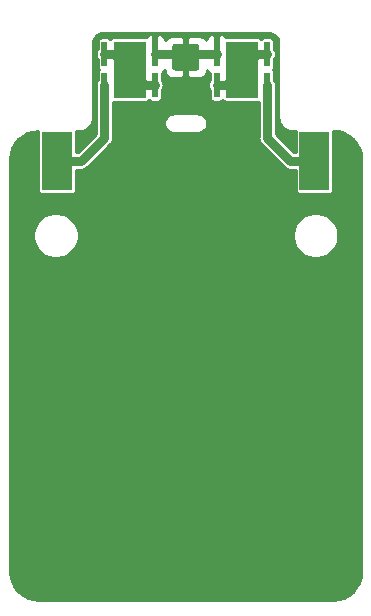
<source format=gbr>
%TF.GenerationSoftware,KiCad,Pcbnew,(5.1.8)-1*%
%TF.CreationDate,2021-08-18T01:06:56+02:00*%
%TF.ProjectId,Haubenblitzer_LED,48617562-656e-4626-9c69-747a65725f4c,rev?*%
%TF.SameCoordinates,Original*%
%TF.FileFunction,Copper,L1,Top*%
%TF.FilePolarity,Positive*%
%FSLAX46Y46*%
G04 Gerber Fmt 4.6, Leading zero omitted, Abs format (unit mm)*
G04 Created by KiCad (PCBNEW (5.1.8)-1) date 2021-08-18 01:06:56*
%MOMM*%
%LPD*%
G01*
G04 APERTURE LIST*
%TA.AperFunction,SMDPad,CuDef*%
%ADD10R,0.500000X2.140000*%
%TD*%
%TA.AperFunction,SMDPad,CuDef*%
%ADD11R,2.780000X4.780000*%
%TD*%
%TA.AperFunction,SMDPad,CuDef*%
%ADD12R,2.500000X5.000000*%
%TD*%
%TA.AperFunction,Conductor*%
%ADD13C,0.800000*%
%TD*%
%TA.AperFunction,Conductor*%
%ADD14C,0.254000*%
%TD*%
%TA.AperFunction,Conductor*%
%ADD15C,0.100000*%
%TD*%
G04 APERTURE END LIST*
D10*
%TO.P,D1,2*%
%TO.N,Net-(D1-Pad2)*%
X157890000Y-111070000D03*
%TO.P,D1,3*%
X153610000Y-108430000D03*
D11*
%TO.P,D1,5*%
X155750000Y-109750000D03*
D10*
%TO.P,D1,1*%
%TO.N,Net-(D1-Pad1)*%
X153610000Y-111070000D03*
%TO.P,D1,4*%
%TO.N,GND*%
X157890000Y-108430000D03*
%TD*%
%TO.P,D2,2*%
%TO.N,GND*%
X163110000Y-108430000D03*
%TO.P,D2,3*%
%TO.N,Net-(D2-Pad3)*%
X167390000Y-111070000D03*
D11*
%TO.P,D2,5*%
%TO.N,Net-(D2-Pad1)*%
X165250000Y-109750000D03*
D10*
%TO.P,D2,1*%
X167390000Y-108430000D03*
%TO.P,D2,4*%
X163110000Y-111070000D03*
%TD*%
D12*
%TO.P,J3,1*%
%TO.N,Net-(D2-Pad3)*%
X171400000Y-117500000D03*
%TD*%
%TO.P,J2,1*%
%TO.N,Net-(D1-Pad1)*%
X149600000Y-117500000D03*
%TD*%
%TO.P,J1,1*%
%TO.N,GND*%
%TA.AperFunction,ComponentPad*%
G36*
G01*
X159350000Y-109600002D02*
X159350000Y-107799998D01*
G75*
G02*
X159599998Y-107550000I249998J0D01*
G01*
X161400002Y-107550000D01*
G75*
G02*
X161650000Y-107799998I0J-249998D01*
G01*
X161650000Y-109600002D01*
G75*
G02*
X161400002Y-109850000I-249998J0D01*
G01*
X159599998Y-109850000D01*
G75*
G02*
X159350000Y-109600002I0J249998D01*
G01*
G37*
%TD.AperFunction*%
%TD*%
D13*
%TO.N,Net-(D1-Pad2)*%
X157070000Y-111070000D02*
X157890000Y-111070000D01*
X154430000Y-108430000D02*
X157070000Y-111070000D01*
X153610000Y-108430000D02*
X154430000Y-108430000D01*
%TO.N,Net-(D1-Pad1)*%
X153610000Y-115540000D02*
X153610000Y-111070000D01*
X151650000Y-117500000D02*
X153610000Y-115540000D01*
X149600000Y-117500000D02*
X151650000Y-117500000D01*
%TO.N,GND*%
X160230000Y-108430000D02*
X160500000Y-108700000D01*
X157890000Y-108430000D02*
X160230000Y-108430000D01*
X160770000Y-108430000D02*
X160500000Y-108700000D01*
X163110000Y-108430000D02*
X160770000Y-108430000D01*
%TO.N,Net-(D2-Pad3)*%
X169350000Y-117500000D02*
X171400000Y-117500000D01*
X167390000Y-115540000D02*
X169350000Y-117500000D01*
X167390000Y-111070000D02*
X167390000Y-115540000D01*
%TO.N,Net-(D2-Pad1)*%
X163110000Y-111070000D02*
X163930000Y-111070000D01*
X163930000Y-111070000D02*
X166570000Y-108430000D01*
X166570000Y-108430000D02*
X167390000Y-108430000D01*
%TD*%
D14*
%TO.N,GND*%
X167664569Y-106668866D02*
X167822871Y-106716660D01*
X167968872Y-106794289D01*
X168097015Y-106898800D01*
X168202418Y-107026209D01*
X168281069Y-107171671D01*
X168329966Y-107329631D01*
X168348001Y-107501221D01*
X168348000Y-113807461D01*
X168348694Y-113814503D01*
X168348650Y-113820758D01*
X168348857Y-113822870D01*
X168369258Y-114016967D01*
X168372027Y-114030457D01*
X168374609Y-114043994D01*
X168375223Y-114046025D01*
X168432935Y-114232463D01*
X168438260Y-114245130D01*
X168443434Y-114257937D01*
X168444430Y-114259811D01*
X168537255Y-114431487D01*
X168544954Y-114442902D01*
X168552503Y-114454437D01*
X168553844Y-114456082D01*
X168678248Y-114606459D01*
X168688043Y-114616186D01*
X168697663Y-114626010D01*
X168699298Y-114627363D01*
X168850540Y-114750713D01*
X168862020Y-114758340D01*
X168873382Y-114766120D01*
X168875248Y-114767129D01*
X169047571Y-114858754D01*
X169060314Y-114864007D01*
X169072970Y-114869431D01*
X169074997Y-114870059D01*
X169261833Y-114926468D01*
X169275393Y-114929153D01*
X169288823Y-114932008D01*
X169290933Y-114932230D01*
X169485167Y-114951275D01*
X169485178Y-114951275D01*
X169492538Y-114952000D01*
X169826146Y-114952000D01*
X169821418Y-115000000D01*
X169821418Y-116773000D01*
X169651133Y-116773000D01*
X168117000Y-115238868D01*
X168117000Y-111034292D01*
X168106480Y-110927483D01*
X168064910Y-110790443D01*
X167997403Y-110664147D01*
X167968582Y-110629029D01*
X167968582Y-110000000D01*
X167962268Y-109935897D01*
X167943570Y-109874257D01*
X167913206Y-109817450D01*
X167872343Y-109767657D01*
X167850827Y-109750000D01*
X167872343Y-109732343D01*
X167913206Y-109682550D01*
X167943570Y-109625743D01*
X167962268Y-109564103D01*
X167968582Y-109500000D01*
X167968582Y-108870972D01*
X167997403Y-108835853D01*
X168064910Y-108709557D01*
X168106480Y-108572517D01*
X168120517Y-108430000D01*
X168106480Y-108287483D01*
X168064910Y-108150443D01*
X167997403Y-108024147D01*
X167968582Y-107989028D01*
X167968582Y-107360000D01*
X167962268Y-107295897D01*
X167943570Y-107234257D01*
X167913206Y-107177450D01*
X167872343Y-107127657D01*
X167822550Y-107086794D01*
X167765743Y-107056430D01*
X167704103Y-107037732D01*
X167640000Y-107031418D01*
X167140000Y-107031418D01*
X167075897Y-107037732D01*
X167014257Y-107056430D01*
X166957450Y-107086794D01*
X166907657Y-107127657D01*
X166890000Y-107149173D01*
X166872343Y-107127657D01*
X166822550Y-107086794D01*
X166765743Y-107056430D01*
X166704103Y-107037732D01*
X166640000Y-107031418D01*
X163904862Y-107031418D01*
X163894558Y-107011599D01*
X163816317Y-106914006D01*
X163720540Y-106833553D01*
X163610908Y-106773331D01*
X163491633Y-106735653D01*
X163391750Y-106725000D01*
X163233000Y-106883750D01*
X163233000Y-108303000D01*
X163257000Y-108303000D01*
X163257000Y-108557000D01*
X163233000Y-108557000D01*
X163233000Y-108577000D01*
X162987000Y-108577000D01*
X162987000Y-108557000D01*
X162963000Y-108557000D01*
X162963000Y-108303000D01*
X162987000Y-108303000D01*
X162987000Y-106883750D01*
X162828250Y-106725000D01*
X162728367Y-106735653D01*
X162609092Y-106773331D01*
X162499460Y-106833553D01*
X162403683Y-106914006D01*
X162325442Y-107011599D01*
X162267743Y-107122581D01*
X162232805Y-107242686D01*
X162229021Y-107286211D01*
X162180537Y-107195506D01*
X162101185Y-107098815D01*
X162004494Y-107019463D01*
X161894180Y-106960498D01*
X161774482Y-106924188D01*
X161650000Y-106911928D01*
X160785750Y-106915000D01*
X160627000Y-107073750D01*
X160627000Y-108573000D01*
X160647000Y-108573000D01*
X160647000Y-108827000D01*
X160627000Y-108827000D01*
X160627000Y-110326250D01*
X160785750Y-110485000D01*
X161650000Y-110488072D01*
X161774482Y-110475812D01*
X161894180Y-110439502D01*
X162004494Y-110380537D01*
X162101185Y-110301185D01*
X162180537Y-110204494D01*
X162239502Y-110094180D01*
X162275812Y-109974482D01*
X162288072Y-109850000D01*
X162287809Y-109776015D01*
X162325442Y-109848401D01*
X162403683Y-109945994D01*
X162499460Y-110026447D01*
X162531418Y-110044002D01*
X162531418Y-110629028D01*
X162502597Y-110664147D01*
X162435090Y-110790443D01*
X162393520Y-110927483D01*
X162379483Y-111070000D01*
X162393520Y-111212517D01*
X162435090Y-111349557D01*
X162502597Y-111475853D01*
X162531418Y-111510972D01*
X162531418Y-112140000D01*
X162537732Y-112204103D01*
X162556430Y-112265743D01*
X162586794Y-112322550D01*
X162627657Y-112372343D01*
X162677450Y-112413206D01*
X162734257Y-112443570D01*
X162795897Y-112462268D01*
X162860000Y-112468582D01*
X163360000Y-112468582D01*
X163424103Y-112462268D01*
X163485743Y-112443570D01*
X163542550Y-112413206D01*
X163592343Y-112372343D01*
X163610000Y-112350827D01*
X163627657Y-112372343D01*
X163677450Y-112413206D01*
X163734257Y-112443570D01*
X163795897Y-112462268D01*
X163860000Y-112468582D01*
X166640000Y-112468582D01*
X166663000Y-112466317D01*
X166663001Y-115504282D01*
X166659483Y-115540000D01*
X166673520Y-115682517D01*
X166715090Y-115819556D01*
X166782106Y-115944933D01*
X166782598Y-115945853D01*
X166873447Y-116056554D01*
X166901189Y-116079321D01*
X168810679Y-117988812D01*
X168833446Y-118016554D01*
X168944147Y-118107403D01*
X169070443Y-118174910D01*
X169207482Y-118216480D01*
X169350000Y-118230517D01*
X169385708Y-118227000D01*
X169821418Y-118227000D01*
X169821418Y-120000000D01*
X169827732Y-120064103D01*
X169846430Y-120125743D01*
X169876794Y-120182550D01*
X169917657Y-120232343D01*
X169967450Y-120273206D01*
X170024257Y-120303570D01*
X170085897Y-120322268D01*
X170150000Y-120328582D01*
X172650000Y-120328582D01*
X172714103Y-120322268D01*
X172775743Y-120303570D01*
X172832550Y-120273206D01*
X172882343Y-120232343D01*
X172923206Y-120182550D01*
X172953570Y-120125743D01*
X172972268Y-120064103D01*
X172978582Y-120000000D01*
X172978582Y-115000000D01*
X172973854Y-114952000D01*
X172992561Y-114952000D01*
X173455920Y-114997433D01*
X173894473Y-115129839D01*
X174298959Y-115344907D01*
X174653969Y-115634446D01*
X174945975Y-115987423D01*
X175163864Y-116390399D01*
X175299329Y-116828015D01*
X175347967Y-117290775D01*
X175348001Y-117300531D01*
X175348000Y-152292561D01*
X175302567Y-152755922D01*
X175170159Y-153194477D01*
X174955091Y-153598961D01*
X174665554Y-153953969D01*
X174312577Y-154245977D01*
X173909601Y-154463864D01*
X173471984Y-154599329D01*
X173009225Y-154647967D01*
X172999755Y-154648000D01*
X148007439Y-154648000D01*
X147544078Y-154602567D01*
X147105523Y-154470159D01*
X146701039Y-154255091D01*
X146346031Y-153965554D01*
X146054023Y-153612577D01*
X145836136Y-153209601D01*
X145700671Y-152771984D01*
X145652033Y-152309225D01*
X145652000Y-152299755D01*
X145652000Y-123610207D01*
X147573000Y-123610207D01*
X147573000Y-123989793D01*
X147647053Y-124362085D01*
X147792315Y-124712777D01*
X148003201Y-125028391D01*
X148271609Y-125296799D01*
X148587223Y-125507685D01*
X148937915Y-125652947D01*
X149310207Y-125727000D01*
X149689793Y-125727000D01*
X150062085Y-125652947D01*
X150412777Y-125507685D01*
X150728391Y-125296799D01*
X150996799Y-125028391D01*
X151207685Y-124712777D01*
X151352947Y-124362085D01*
X151427000Y-123989793D01*
X151427000Y-123610207D01*
X169573000Y-123610207D01*
X169573000Y-123989793D01*
X169647053Y-124362085D01*
X169792315Y-124712777D01*
X170003201Y-125028391D01*
X170271609Y-125296799D01*
X170587223Y-125507685D01*
X170937915Y-125652947D01*
X171310207Y-125727000D01*
X171689793Y-125727000D01*
X172062085Y-125652947D01*
X172412777Y-125507685D01*
X172728391Y-125296799D01*
X172996799Y-125028391D01*
X173207685Y-124712777D01*
X173352947Y-124362085D01*
X173427000Y-123989793D01*
X173427000Y-123610207D01*
X173352947Y-123237915D01*
X173207685Y-122887223D01*
X172996799Y-122571609D01*
X172728391Y-122303201D01*
X172412777Y-122092315D01*
X172062085Y-121947053D01*
X171689793Y-121873000D01*
X171310207Y-121873000D01*
X170937915Y-121947053D01*
X170587223Y-122092315D01*
X170271609Y-122303201D01*
X170003201Y-122571609D01*
X169792315Y-122887223D01*
X169647053Y-123237915D01*
X169573000Y-123610207D01*
X151427000Y-123610207D01*
X151352947Y-123237915D01*
X151207685Y-122887223D01*
X150996799Y-122571609D01*
X150728391Y-122303201D01*
X150412777Y-122092315D01*
X150062085Y-121947053D01*
X149689793Y-121873000D01*
X149310207Y-121873000D01*
X148937915Y-121947053D01*
X148587223Y-122092315D01*
X148271609Y-122303201D01*
X148003201Y-122571609D01*
X147792315Y-122887223D01*
X147647053Y-123237915D01*
X147573000Y-123610207D01*
X145652000Y-123610207D01*
X145652000Y-117307439D01*
X145697433Y-116844080D01*
X145829839Y-116405527D01*
X146044907Y-116001041D01*
X146334446Y-115646031D01*
X146687423Y-115354025D01*
X147090399Y-115136136D01*
X147528015Y-115000671D01*
X147990775Y-114952033D01*
X148000245Y-114952000D01*
X148026146Y-114952000D01*
X148021418Y-115000000D01*
X148021418Y-120000000D01*
X148027732Y-120064103D01*
X148046430Y-120125743D01*
X148076794Y-120182550D01*
X148117657Y-120232343D01*
X148167450Y-120273206D01*
X148224257Y-120303570D01*
X148285897Y-120322268D01*
X148350000Y-120328582D01*
X150850000Y-120328582D01*
X150914103Y-120322268D01*
X150975743Y-120303570D01*
X151032550Y-120273206D01*
X151082343Y-120232343D01*
X151123206Y-120182550D01*
X151153570Y-120125743D01*
X151172268Y-120064103D01*
X151178582Y-120000000D01*
X151178582Y-118227000D01*
X151614292Y-118227000D01*
X151650000Y-118230517D01*
X151792517Y-118216480D01*
X151929557Y-118174910D01*
X152055853Y-118107403D01*
X152166554Y-118016554D01*
X152189326Y-117988806D01*
X154098816Y-116079317D01*
X154126553Y-116056554D01*
X154217403Y-115945853D01*
X154284910Y-115819557D01*
X154305784Y-115750743D01*
X154326480Y-115682518D01*
X154340517Y-115540000D01*
X154337000Y-115504292D01*
X154337000Y-114300000D01*
X158668999Y-114300000D01*
X158684966Y-114462120D01*
X158732255Y-114618010D01*
X158809048Y-114761679D01*
X158912394Y-114887606D01*
X159038321Y-114990952D01*
X159181990Y-115067745D01*
X159337880Y-115115034D01*
X159459376Y-115127000D01*
X161540624Y-115127000D01*
X161662120Y-115115034D01*
X161818010Y-115067745D01*
X161961679Y-114990952D01*
X162087606Y-114887606D01*
X162190952Y-114761679D01*
X162267745Y-114618010D01*
X162315034Y-114462120D01*
X162331001Y-114300000D01*
X162315034Y-114137880D01*
X162267745Y-113981990D01*
X162190952Y-113838321D01*
X162087606Y-113712394D01*
X161961679Y-113609048D01*
X161818010Y-113532255D01*
X161662120Y-113484966D01*
X161540624Y-113473000D01*
X159459376Y-113473000D01*
X159337880Y-113484966D01*
X159181990Y-113532255D01*
X159038321Y-113609048D01*
X158912394Y-113712394D01*
X158809048Y-113838321D01*
X158732255Y-113981990D01*
X158684966Y-114137880D01*
X158668999Y-114300000D01*
X154337000Y-114300000D01*
X154337000Y-112466317D01*
X154360000Y-112468582D01*
X157140000Y-112468582D01*
X157204103Y-112462268D01*
X157265743Y-112443570D01*
X157322550Y-112413206D01*
X157372343Y-112372343D01*
X157390000Y-112350827D01*
X157407657Y-112372343D01*
X157457450Y-112413206D01*
X157514257Y-112443570D01*
X157575897Y-112462268D01*
X157640000Y-112468582D01*
X158140000Y-112468582D01*
X158204103Y-112462268D01*
X158265743Y-112443570D01*
X158322550Y-112413206D01*
X158372343Y-112372343D01*
X158413206Y-112322550D01*
X158443570Y-112265743D01*
X158462268Y-112204103D01*
X158468582Y-112140000D01*
X158468582Y-111510972D01*
X158497403Y-111475853D01*
X158564910Y-111349557D01*
X158606480Y-111212517D01*
X158620517Y-111070000D01*
X158606480Y-110927483D01*
X158564910Y-110790443D01*
X158497403Y-110664147D01*
X158468582Y-110629028D01*
X158468582Y-110044002D01*
X158500540Y-110026447D01*
X158596317Y-109945994D01*
X158674558Y-109848401D01*
X158712191Y-109776015D01*
X158711928Y-109850000D01*
X158724188Y-109974482D01*
X158760498Y-110094180D01*
X158819463Y-110204494D01*
X158898815Y-110301185D01*
X158995506Y-110380537D01*
X159105820Y-110439502D01*
X159225518Y-110475812D01*
X159350000Y-110488072D01*
X160214250Y-110485000D01*
X160373000Y-110326250D01*
X160373000Y-108827000D01*
X160353000Y-108827000D01*
X160353000Y-108573000D01*
X160373000Y-108573000D01*
X160373000Y-107073750D01*
X160214250Y-106915000D01*
X159350000Y-106911928D01*
X159225518Y-106924188D01*
X159105820Y-106960498D01*
X158995506Y-107019463D01*
X158898815Y-107098815D01*
X158819463Y-107195506D01*
X158770979Y-107286211D01*
X158767195Y-107242686D01*
X158732257Y-107122581D01*
X158674558Y-107011599D01*
X158596317Y-106914006D01*
X158500540Y-106833553D01*
X158390908Y-106773331D01*
X158271633Y-106735653D01*
X158171750Y-106725000D01*
X158013000Y-106883750D01*
X158013000Y-108303000D01*
X158037000Y-108303000D01*
X158037000Y-108557000D01*
X158013000Y-108557000D01*
X158013000Y-108577000D01*
X157767000Y-108577000D01*
X157767000Y-108557000D01*
X157743000Y-108557000D01*
X157743000Y-108303000D01*
X157767000Y-108303000D01*
X157767000Y-106883750D01*
X157608250Y-106725000D01*
X157508367Y-106735653D01*
X157389092Y-106773331D01*
X157279460Y-106833553D01*
X157183683Y-106914006D01*
X157105442Y-107011599D01*
X157095138Y-107031418D01*
X154360000Y-107031418D01*
X154295897Y-107037732D01*
X154234257Y-107056430D01*
X154177450Y-107086794D01*
X154127657Y-107127657D01*
X154110000Y-107149173D01*
X154092343Y-107127657D01*
X154042550Y-107086794D01*
X153985743Y-107056430D01*
X153924103Y-107037732D01*
X153860000Y-107031418D01*
X153360000Y-107031418D01*
X153295897Y-107037732D01*
X153234257Y-107056430D01*
X153177450Y-107086794D01*
X153127657Y-107127657D01*
X153086794Y-107177450D01*
X153056430Y-107234257D01*
X153037732Y-107295897D01*
X153031418Y-107360000D01*
X153031418Y-107989028D01*
X153002597Y-108024147D01*
X152935090Y-108150443D01*
X152893520Y-108287483D01*
X152879483Y-108430000D01*
X152893520Y-108572517D01*
X152935090Y-108709557D01*
X153002597Y-108835853D01*
X153031418Y-108870972D01*
X153031418Y-109500000D01*
X153037732Y-109564103D01*
X153056430Y-109625743D01*
X153086794Y-109682550D01*
X153127657Y-109732343D01*
X153149173Y-109750000D01*
X153127657Y-109767657D01*
X153086794Y-109817450D01*
X153056430Y-109874257D01*
X153037732Y-109935897D01*
X153031418Y-110000000D01*
X153031418Y-110629029D01*
X153002598Y-110664147D01*
X152935091Y-110790443D01*
X152893521Y-110927483D01*
X152883001Y-111034292D01*
X152883000Y-115238867D01*
X151348868Y-116773000D01*
X151178582Y-116773000D01*
X151178582Y-115000000D01*
X151173854Y-114952000D01*
X151507462Y-114952000D01*
X151514504Y-114951306D01*
X151520758Y-114951350D01*
X151522870Y-114951143D01*
X151716967Y-114930742D01*
X151730457Y-114927973D01*
X151743994Y-114925391D01*
X151746023Y-114924778D01*
X151746029Y-114924776D01*
X151932463Y-114867065D01*
X151945130Y-114861740D01*
X151957937Y-114856566D01*
X151959811Y-114855570D01*
X152131487Y-114762745D01*
X152142902Y-114755046D01*
X152154437Y-114747497D01*
X152156082Y-114746156D01*
X152306459Y-114621752D01*
X152316186Y-114611957D01*
X152326010Y-114602337D01*
X152327363Y-114600702D01*
X152450713Y-114449460D01*
X152458340Y-114437980D01*
X152466120Y-114426618D01*
X152467129Y-114424752D01*
X152558754Y-114252429D01*
X152564007Y-114239686D01*
X152569431Y-114227030D01*
X152570059Y-114225003D01*
X152626468Y-114038167D01*
X152629153Y-114024607D01*
X152632008Y-114011177D01*
X152632230Y-114009067D01*
X152651275Y-113814833D01*
X152651275Y-113814822D01*
X152652000Y-113807462D01*
X152652000Y-107507439D01*
X152668866Y-107335431D01*
X152716660Y-107177129D01*
X152794289Y-107031128D01*
X152898800Y-106902985D01*
X153026209Y-106797582D01*
X153171671Y-106718931D01*
X153329631Y-106670034D01*
X153501211Y-106652000D01*
X167492561Y-106652000D01*
X167664569Y-106668866D01*
%TA.AperFunction,Conductor*%
D15*
G36*
X167664569Y-106668866D02*
G01*
X167822871Y-106716660D01*
X167968872Y-106794289D01*
X168097015Y-106898800D01*
X168202418Y-107026209D01*
X168281069Y-107171671D01*
X168329966Y-107329631D01*
X168348001Y-107501221D01*
X168348000Y-113807461D01*
X168348694Y-113814503D01*
X168348650Y-113820758D01*
X168348857Y-113822870D01*
X168369258Y-114016967D01*
X168372027Y-114030457D01*
X168374609Y-114043994D01*
X168375223Y-114046025D01*
X168432935Y-114232463D01*
X168438260Y-114245130D01*
X168443434Y-114257937D01*
X168444430Y-114259811D01*
X168537255Y-114431487D01*
X168544954Y-114442902D01*
X168552503Y-114454437D01*
X168553844Y-114456082D01*
X168678248Y-114606459D01*
X168688043Y-114616186D01*
X168697663Y-114626010D01*
X168699298Y-114627363D01*
X168850540Y-114750713D01*
X168862020Y-114758340D01*
X168873382Y-114766120D01*
X168875248Y-114767129D01*
X169047571Y-114858754D01*
X169060314Y-114864007D01*
X169072970Y-114869431D01*
X169074997Y-114870059D01*
X169261833Y-114926468D01*
X169275393Y-114929153D01*
X169288823Y-114932008D01*
X169290933Y-114932230D01*
X169485167Y-114951275D01*
X169485178Y-114951275D01*
X169492538Y-114952000D01*
X169826146Y-114952000D01*
X169821418Y-115000000D01*
X169821418Y-116773000D01*
X169651133Y-116773000D01*
X168117000Y-115238868D01*
X168117000Y-111034292D01*
X168106480Y-110927483D01*
X168064910Y-110790443D01*
X167997403Y-110664147D01*
X167968582Y-110629029D01*
X167968582Y-110000000D01*
X167962268Y-109935897D01*
X167943570Y-109874257D01*
X167913206Y-109817450D01*
X167872343Y-109767657D01*
X167850827Y-109750000D01*
X167872343Y-109732343D01*
X167913206Y-109682550D01*
X167943570Y-109625743D01*
X167962268Y-109564103D01*
X167968582Y-109500000D01*
X167968582Y-108870972D01*
X167997403Y-108835853D01*
X168064910Y-108709557D01*
X168106480Y-108572517D01*
X168120517Y-108430000D01*
X168106480Y-108287483D01*
X168064910Y-108150443D01*
X167997403Y-108024147D01*
X167968582Y-107989028D01*
X167968582Y-107360000D01*
X167962268Y-107295897D01*
X167943570Y-107234257D01*
X167913206Y-107177450D01*
X167872343Y-107127657D01*
X167822550Y-107086794D01*
X167765743Y-107056430D01*
X167704103Y-107037732D01*
X167640000Y-107031418D01*
X167140000Y-107031418D01*
X167075897Y-107037732D01*
X167014257Y-107056430D01*
X166957450Y-107086794D01*
X166907657Y-107127657D01*
X166890000Y-107149173D01*
X166872343Y-107127657D01*
X166822550Y-107086794D01*
X166765743Y-107056430D01*
X166704103Y-107037732D01*
X166640000Y-107031418D01*
X163904862Y-107031418D01*
X163894558Y-107011599D01*
X163816317Y-106914006D01*
X163720540Y-106833553D01*
X163610908Y-106773331D01*
X163491633Y-106735653D01*
X163391750Y-106725000D01*
X163233000Y-106883750D01*
X163233000Y-108303000D01*
X163257000Y-108303000D01*
X163257000Y-108557000D01*
X163233000Y-108557000D01*
X163233000Y-108577000D01*
X162987000Y-108577000D01*
X162987000Y-108557000D01*
X162963000Y-108557000D01*
X162963000Y-108303000D01*
X162987000Y-108303000D01*
X162987000Y-106883750D01*
X162828250Y-106725000D01*
X162728367Y-106735653D01*
X162609092Y-106773331D01*
X162499460Y-106833553D01*
X162403683Y-106914006D01*
X162325442Y-107011599D01*
X162267743Y-107122581D01*
X162232805Y-107242686D01*
X162229021Y-107286211D01*
X162180537Y-107195506D01*
X162101185Y-107098815D01*
X162004494Y-107019463D01*
X161894180Y-106960498D01*
X161774482Y-106924188D01*
X161650000Y-106911928D01*
X160785750Y-106915000D01*
X160627000Y-107073750D01*
X160627000Y-108573000D01*
X160647000Y-108573000D01*
X160647000Y-108827000D01*
X160627000Y-108827000D01*
X160627000Y-110326250D01*
X160785750Y-110485000D01*
X161650000Y-110488072D01*
X161774482Y-110475812D01*
X161894180Y-110439502D01*
X162004494Y-110380537D01*
X162101185Y-110301185D01*
X162180537Y-110204494D01*
X162239502Y-110094180D01*
X162275812Y-109974482D01*
X162288072Y-109850000D01*
X162287809Y-109776015D01*
X162325442Y-109848401D01*
X162403683Y-109945994D01*
X162499460Y-110026447D01*
X162531418Y-110044002D01*
X162531418Y-110629028D01*
X162502597Y-110664147D01*
X162435090Y-110790443D01*
X162393520Y-110927483D01*
X162379483Y-111070000D01*
X162393520Y-111212517D01*
X162435090Y-111349557D01*
X162502597Y-111475853D01*
X162531418Y-111510972D01*
X162531418Y-112140000D01*
X162537732Y-112204103D01*
X162556430Y-112265743D01*
X162586794Y-112322550D01*
X162627657Y-112372343D01*
X162677450Y-112413206D01*
X162734257Y-112443570D01*
X162795897Y-112462268D01*
X162860000Y-112468582D01*
X163360000Y-112468582D01*
X163424103Y-112462268D01*
X163485743Y-112443570D01*
X163542550Y-112413206D01*
X163592343Y-112372343D01*
X163610000Y-112350827D01*
X163627657Y-112372343D01*
X163677450Y-112413206D01*
X163734257Y-112443570D01*
X163795897Y-112462268D01*
X163860000Y-112468582D01*
X166640000Y-112468582D01*
X166663000Y-112466317D01*
X166663001Y-115504282D01*
X166659483Y-115540000D01*
X166673520Y-115682517D01*
X166715090Y-115819556D01*
X166782106Y-115944933D01*
X166782598Y-115945853D01*
X166873447Y-116056554D01*
X166901189Y-116079321D01*
X168810679Y-117988812D01*
X168833446Y-118016554D01*
X168944147Y-118107403D01*
X169070443Y-118174910D01*
X169207482Y-118216480D01*
X169350000Y-118230517D01*
X169385708Y-118227000D01*
X169821418Y-118227000D01*
X169821418Y-120000000D01*
X169827732Y-120064103D01*
X169846430Y-120125743D01*
X169876794Y-120182550D01*
X169917657Y-120232343D01*
X169967450Y-120273206D01*
X170024257Y-120303570D01*
X170085897Y-120322268D01*
X170150000Y-120328582D01*
X172650000Y-120328582D01*
X172714103Y-120322268D01*
X172775743Y-120303570D01*
X172832550Y-120273206D01*
X172882343Y-120232343D01*
X172923206Y-120182550D01*
X172953570Y-120125743D01*
X172972268Y-120064103D01*
X172978582Y-120000000D01*
X172978582Y-115000000D01*
X172973854Y-114952000D01*
X172992561Y-114952000D01*
X173455920Y-114997433D01*
X173894473Y-115129839D01*
X174298959Y-115344907D01*
X174653969Y-115634446D01*
X174945975Y-115987423D01*
X175163864Y-116390399D01*
X175299329Y-116828015D01*
X175347967Y-117290775D01*
X175348001Y-117300531D01*
X175348000Y-152292561D01*
X175302567Y-152755922D01*
X175170159Y-153194477D01*
X174955091Y-153598961D01*
X174665554Y-153953969D01*
X174312577Y-154245977D01*
X173909601Y-154463864D01*
X173471984Y-154599329D01*
X173009225Y-154647967D01*
X172999755Y-154648000D01*
X148007439Y-154648000D01*
X147544078Y-154602567D01*
X147105523Y-154470159D01*
X146701039Y-154255091D01*
X146346031Y-153965554D01*
X146054023Y-153612577D01*
X145836136Y-153209601D01*
X145700671Y-152771984D01*
X145652033Y-152309225D01*
X145652000Y-152299755D01*
X145652000Y-123610207D01*
X147573000Y-123610207D01*
X147573000Y-123989793D01*
X147647053Y-124362085D01*
X147792315Y-124712777D01*
X148003201Y-125028391D01*
X148271609Y-125296799D01*
X148587223Y-125507685D01*
X148937915Y-125652947D01*
X149310207Y-125727000D01*
X149689793Y-125727000D01*
X150062085Y-125652947D01*
X150412777Y-125507685D01*
X150728391Y-125296799D01*
X150996799Y-125028391D01*
X151207685Y-124712777D01*
X151352947Y-124362085D01*
X151427000Y-123989793D01*
X151427000Y-123610207D01*
X169573000Y-123610207D01*
X169573000Y-123989793D01*
X169647053Y-124362085D01*
X169792315Y-124712777D01*
X170003201Y-125028391D01*
X170271609Y-125296799D01*
X170587223Y-125507685D01*
X170937915Y-125652947D01*
X171310207Y-125727000D01*
X171689793Y-125727000D01*
X172062085Y-125652947D01*
X172412777Y-125507685D01*
X172728391Y-125296799D01*
X172996799Y-125028391D01*
X173207685Y-124712777D01*
X173352947Y-124362085D01*
X173427000Y-123989793D01*
X173427000Y-123610207D01*
X173352947Y-123237915D01*
X173207685Y-122887223D01*
X172996799Y-122571609D01*
X172728391Y-122303201D01*
X172412777Y-122092315D01*
X172062085Y-121947053D01*
X171689793Y-121873000D01*
X171310207Y-121873000D01*
X170937915Y-121947053D01*
X170587223Y-122092315D01*
X170271609Y-122303201D01*
X170003201Y-122571609D01*
X169792315Y-122887223D01*
X169647053Y-123237915D01*
X169573000Y-123610207D01*
X151427000Y-123610207D01*
X151352947Y-123237915D01*
X151207685Y-122887223D01*
X150996799Y-122571609D01*
X150728391Y-122303201D01*
X150412777Y-122092315D01*
X150062085Y-121947053D01*
X149689793Y-121873000D01*
X149310207Y-121873000D01*
X148937915Y-121947053D01*
X148587223Y-122092315D01*
X148271609Y-122303201D01*
X148003201Y-122571609D01*
X147792315Y-122887223D01*
X147647053Y-123237915D01*
X147573000Y-123610207D01*
X145652000Y-123610207D01*
X145652000Y-117307439D01*
X145697433Y-116844080D01*
X145829839Y-116405527D01*
X146044907Y-116001041D01*
X146334446Y-115646031D01*
X146687423Y-115354025D01*
X147090399Y-115136136D01*
X147528015Y-115000671D01*
X147990775Y-114952033D01*
X148000245Y-114952000D01*
X148026146Y-114952000D01*
X148021418Y-115000000D01*
X148021418Y-120000000D01*
X148027732Y-120064103D01*
X148046430Y-120125743D01*
X148076794Y-120182550D01*
X148117657Y-120232343D01*
X148167450Y-120273206D01*
X148224257Y-120303570D01*
X148285897Y-120322268D01*
X148350000Y-120328582D01*
X150850000Y-120328582D01*
X150914103Y-120322268D01*
X150975743Y-120303570D01*
X151032550Y-120273206D01*
X151082343Y-120232343D01*
X151123206Y-120182550D01*
X151153570Y-120125743D01*
X151172268Y-120064103D01*
X151178582Y-120000000D01*
X151178582Y-118227000D01*
X151614292Y-118227000D01*
X151650000Y-118230517D01*
X151792517Y-118216480D01*
X151929557Y-118174910D01*
X152055853Y-118107403D01*
X152166554Y-118016554D01*
X152189326Y-117988806D01*
X154098816Y-116079317D01*
X154126553Y-116056554D01*
X154217403Y-115945853D01*
X154284910Y-115819557D01*
X154305784Y-115750743D01*
X154326480Y-115682518D01*
X154340517Y-115540000D01*
X154337000Y-115504292D01*
X154337000Y-114300000D01*
X158668999Y-114300000D01*
X158684966Y-114462120D01*
X158732255Y-114618010D01*
X158809048Y-114761679D01*
X158912394Y-114887606D01*
X159038321Y-114990952D01*
X159181990Y-115067745D01*
X159337880Y-115115034D01*
X159459376Y-115127000D01*
X161540624Y-115127000D01*
X161662120Y-115115034D01*
X161818010Y-115067745D01*
X161961679Y-114990952D01*
X162087606Y-114887606D01*
X162190952Y-114761679D01*
X162267745Y-114618010D01*
X162315034Y-114462120D01*
X162331001Y-114300000D01*
X162315034Y-114137880D01*
X162267745Y-113981990D01*
X162190952Y-113838321D01*
X162087606Y-113712394D01*
X161961679Y-113609048D01*
X161818010Y-113532255D01*
X161662120Y-113484966D01*
X161540624Y-113473000D01*
X159459376Y-113473000D01*
X159337880Y-113484966D01*
X159181990Y-113532255D01*
X159038321Y-113609048D01*
X158912394Y-113712394D01*
X158809048Y-113838321D01*
X158732255Y-113981990D01*
X158684966Y-114137880D01*
X158668999Y-114300000D01*
X154337000Y-114300000D01*
X154337000Y-112466317D01*
X154360000Y-112468582D01*
X157140000Y-112468582D01*
X157204103Y-112462268D01*
X157265743Y-112443570D01*
X157322550Y-112413206D01*
X157372343Y-112372343D01*
X157390000Y-112350827D01*
X157407657Y-112372343D01*
X157457450Y-112413206D01*
X157514257Y-112443570D01*
X157575897Y-112462268D01*
X157640000Y-112468582D01*
X158140000Y-112468582D01*
X158204103Y-112462268D01*
X158265743Y-112443570D01*
X158322550Y-112413206D01*
X158372343Y-112372343D01*
X158413206Y-112322550D01*
X158443570Y-112265743D01*
X158462268Y-112204103D01*
X158468582Y-112140000D01*
X158468582Y-111510972D01*
X158497403Y-111475853D01*
X158564910Y-111349557D01*
X158606480Y-111212517D01*
X158620517Y-111070000D01*
X158606480Y-110927483D01*
X158564910Y-110790443D01*
X158497403Y-110664147D01*
X158468582Y-110629028D01*
X158468582Y-110044002D01*
X158500540Y-110026447D01*
X158596317Y-109945994D01*
X158674558Y-109848401D01*
X158712191Y-109776015D01*
X158711928Y-109850000D01*
X158724188Y-109974482D01*
X158760498Y-110094180D01*
X158819463Y-110204494D01*
X158898815Y-110301185D01*
X158995506Y-110380537D01*
X159105820Y-110439502D01*
X159225518Y-110475812D01*
X159350000Y-110488072D01*
X160214250Y-110485000D01*
X160373000Y-110326250D01*
X160373000Y-108827000D01*
X160353000Y-108827000D01*
X160353000Y-108573000D01*
X160373000Y-108573000D01*
X160373000Y-107073750D01*
X160214250Y-106915000D01*
X159350000Y-106911928D01*
X159225518Y-106924188D01*
X159105820Y-106960498D01*
X158995506Y-107019463D01*
X158898815Y-107098815D01*
X158819463Y-107195506D01*
X158770979Y-107286211D01*
X158767195Y-107242686D01*
X158732257Y-107122581D01*
X158674558Y-107011599D01*
X158596317Y-106914006D01*
X158500540Y-106833553D01*
X158390908Y-106773331D01*
X158271633Y-106735653D01*
X158171750Y-106725000D01*
X158013000Y-106883750D01*
X158013000Y-108303000D01*
X158037000Y-108303000D01*
X158037000Y-108557000D01*
X158013000Y-108557000D01*
X158013000Y-108577000D01*
X157767000Y-108577000D01*
X157767000Y-108557000D01*
X157743000Y-108557000D01*
X157743000Y-108303000D01*
X157767000Y-108303000D01*
X157767000Y-106883750D01*
X157608250Y-106725000D01*
X157508367Y-106735653D01*
X157389092Y-106773331D01*
X157279460Y-106833553D01*
X157183683Y-106914006D01*
X157105442Y-107011599D01*
X157095138Y-107031418D01*
X154360000Y-107031418D01*
X154295897Y-107037732D01*
X154234257Y-107056430D01*
X154177450Y-107086794D01*
X154127657Y-107127657D01*
X154110000Y-107149173D01*
X154092343Y-107127657D01*
X154042550Y-107086794D01*
X153985743Y-107056430D01*
X153924103Y-107037732D01*
X153860000Y-107031418D01*
X153360000Y-107031418D01*
X153295897Y-107037732D01*
X153234257Y-107056430D01*
X153177450Y-107086794D01*
X153127657Y-107127657D01*
X153086794Y-107177450D01*
X153056430Y-107234257D01*
X153037732Y-107295897D01*
X153031418Y-107360000D01*
X153031418Y-107989028D01*
X153002597Y-108024147D01*
X152935090Y-108150443D01*
X152893520Y-108287483D01*
X152879483Y-108430000D01*
X152893520Y-108572517D01*
X152935090Y-108709557D01*
X153002597Y-108835853D01*
X153031418Y-108870972D01*
X153031418Y-109500000D01*
X153037732Y-109564103D01*
X153056430Y-109625743D01*
X153086794Y-109682550D01*
X153127657Y-109732343D01*
X153149173Y-109750000D01*
X153127657Y-109767657D01*
X153086794Y-109817450D01*
X153056430Y-109874257D01*
X153037732Y-109935897D01*
X153031418Y-110000000D01*
X153031418Y-110629029D01*
X153002598Y-110664147D01*
X152935091Y-110790443D01*
X152893521Y-110927483D01*
X152883001Y-111034292D01*
X152883000Y-115238867D01*
X151348868Y-116773000D01*
X151178582Y-116773000D01*
X151178582Y-115000000D01*
X151173854Y-114952000D01*
X151507462Y-114952000D01*
X151514504Y-114951306D01*
X151520758Y-114951350D01*
X151522870Y-114951143D01*
X151716967Y-114930742D01*
X151730457Y-114927973D01*
X151743994Y-114925391D01*
X151746023Y-114924778D01*
X151746029Y-114924776D01*
X151932463Y-114867065D01*
X151945130Y-114861740D01*
X151957937Y-114856566D01*
X151959811Y-114855570D01*
X152131487Y-114762745D01*
X152142902Y-114755046D01*
X152154437Y-114747497D01*
X152156082Y-114746156D01*
X152306459Y-114621752D01*
X152316186Y-114611957D01*
X152326010Y-114602337D01*
X152327363Y-114600702D01*
X152450713Y-114449460D01*
X152458340Y-114437980D01*
X152466120Y-114426618D01*
X152467129Y-114424752D01*
X152558754Y-114252429D01*
X152564007Y-114239686D01*
X152569431Y-114227030D01*
X152570059Y-114225003D01*
X152626468Y-114038167D01*
X152629153Y-114024607D01*
X152632008Y-114011177D01*
X152632230Y-114009067D01*
X152651275Y-113814833D01*
X152651275Y-113814822D01*
X152652000Y-113807462D01*
X152652000Y-107507439D01*
X152668866Y-107335431D01*
X152716660Y-107177129D01*
X152794289Y-107031128D01*
X152898800Y-106902985D01*
X153026209Y-106797582D01*
X153171671Y-106718931D01*
X153329631Y-106670034D01*
X153501211Y-106652000D01*
X167492561Y-106652000D01*
X167664569Y-106668866D01*
G37*
%TD.AperFunction*%
%TD*%
M02*

</source>
